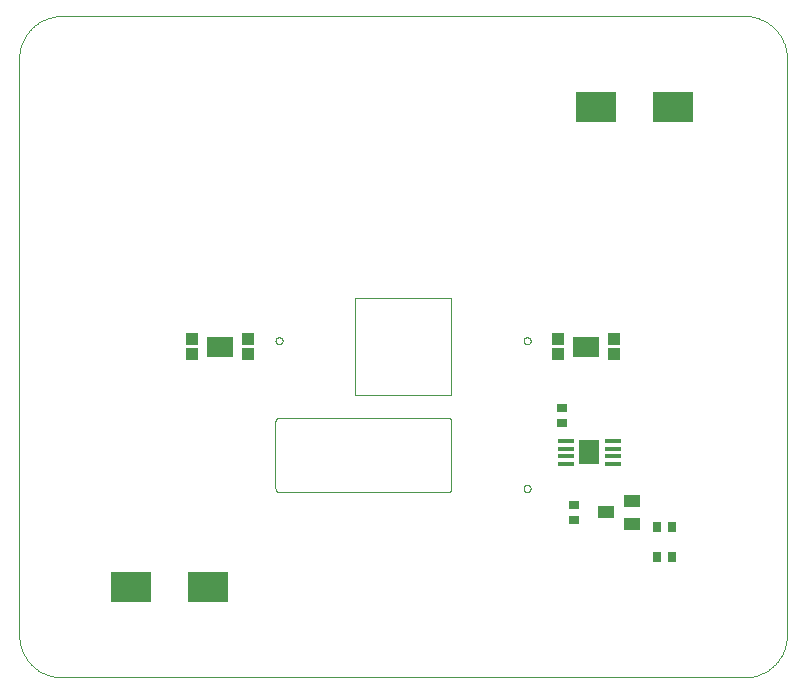
<source format=gtp>
G75*
%MOIN*%
%OFA0B0*%
%FSLAX25Y25*%
%IPPOS*%
%LPD*%
%AMOC8*
5,1,8,0,0,1.08239X$1,22.5*
%
%ADD10C,0.00000*%
%ADD11R,0.05512X0.03937*%
%ADD12R,0.05315X0.01772*%
%ADD13R,0.06693X0.07874*%
%ADD14R,0.04331X0.03937*%
%ADD15R,0.08661X0.07087*%
%ADD16R,0.03543X0.02756*%
%ADD17R,0.02756X0.03543*%
%ADD18R,0.13780X0.09843*%
D10*
X0016773Y0003000D02*
X0244332Y0003000D01*
X0244674Y0003004D01*
X0245017Y0003017D01*
X0245359Y0003037D01*
X0245700Y0003066D01*
X0246040Y0003103D01*
X0246380Y0003149D01*
X0246718Y0003202D01*
X0247055Y0003264D01*
X0247390Y0003334D01*
X0247724Y0003412D01*
X0248055Y0003498D01*
X0248385Y0003592D01*
X0248712Y0003694D01*
X0249036Y0003803D01*
X0249358Y0003921D01*
X0249677Y0004046D01*
X0249992Y0004179D01*
X0250305Y0004320D01*
X0250613Y0004468D01*
X0250919Y0004623D01*
X0251220Y0004786D01*
X0251517Y0004956D01*
X0251810Y0005133D01*
X0252099Y0005318D01*
X0252383Y0005509D01*
X0252663Y0005707D01*
X0252937Y0005911D01*
X0253207Y0006123D01*
X0253471Y0006340D01*
X0253730Y0006564D01*
X0253984Y0006795D01*
X0254232Y0007031D01*
X0254474Y0007273D01*
X0254710Y0007521D01*
X0254941Y0007775D01*
X0255165Y0008034D01*
X0255382Y0008298D01*
X0255594Y0008568D01*
X0255798Y0008842D01*
X0255996Y0009122D01*
X0256187Y0009406D01*
X0256372Y0009695D01*
X0256549Y0009988D01*
X0256719Y0010285D01*
X0256882Y0010586D01*
X0257037Y0010892D01*
X0257185Y0011200D01*
X0257326Y0011513D01*
X0257459Y0011828D01*
X0257584Y0012147D01*
X0257702Y0012469D01*
X0257811Y0012793D01*
X0257913Y0013120D01*
X0258007Y0013450D01*
X0258093Y0013781D01*
X0258171Y0014115D01*
X0258241Y0014450D01*
X0258303Y0014787D01*
X0258356Y0015125D01*
X0258402Y0015465D01*
X0258439Y0015805D01*
X0258468Y0016146D01*
X0258488Y0016488D01*
X0258501Y0016831D01*
X0258505Y0017173D01*
X0258506Y0017173D02*
X0258506Y0209299D01*
X0258505Y0209299D02*
X0258501Y0209641D01*
X0258488Y0209984D01*
X0258468Y0210326D01*
X0258439Y0210667D01*
X0258402Y0211007D01*
X0258356Y0211347D01*
X0258303Y0211685D01*
X0258241Y0212022D01*
X0258171Y0212357D01*
X0258093Y0212691D01*
X0258007Y0213022D01*
X0257913Y0213352D01*
X0257811Y0213679D01*
X0257702Y0214003D01*
X0257584Y0214325D01*
X0257459Y0214644D01*
X0257326Y0214959D01*
X0257185Y0215272D01*
X0257037Y0215580D01*
X0256882Y0215886D01*
X0256719Y0216187D01*
X0256549Y0216484D01*
X0256372Y0216777D01*
X0256187Y0217066D01*
X0255996Y0217350D01*
X0255798Y0217630D01*
X0255594Y0217904D01*
X0255382Y0218174D01*
X0255165Y0218438D01*
X0254941Y0218697D01*
X0254710Y0218951D01*
X0254474Y0219199D01*
X0254232Y0219441D01*
X0253984Y0219677D01*
X0253730Y0219908D01*
X0253471Y0220132D01*
X0253207Y0220349D01*
X0252937Y0220561D01*
X0252663Y0220765D01*
X0252383Y0220963D01*
X0252099Y0221154D01*
X0251810Y0221339D01*
X0251517Y0221516D01*
X0251220Y0221686D01*
X0250919Y0221849D01*
X0250613Y0222004D01*
X0250305Y0222152D01*
X0249992Y0222293D01*
X0249677Y0222426D01*
X0249358Y0222551D01*
X0249036Y0222669D01*
X0248712Y0222778D01*
X0248385Y0222880D01*
X0248055Y0222974D01*
X0247724Y0223060D01*
X0247390Y0223138D01*
X0247055Y0223208D01*
X0246718Y0223270D01*
X0246380Y0223323D01*
X0246040Y0223369D01*
X0245700Y0223406D01*
X0245359Y0223435D01*
X0245017Y0223455D01*
X0244674Y0223468D01*
X0244332Y0223472D01*
X0016773Y0223472D01*
X0016431Y0223468D01*
X0016088Y0223455D01*
X0015746Y0223435D01*
X0015405Y0223406D01*
X0015065Y0223369D01*
X0014725Y0223323D01*
X0014387Y0223270D01*
X0014050Y0223208D01*
X0013715Y0223138D01*
X0013381Y0223060D01*
X0013050Y0222974D01*
X0012720Y0222880D01*
X0012393Y0222778D01*
X0012069Y0222669D01*
X0011747Y0222551D01*
X0011428Y0222426D01*
X0011113Y0222293D01*
X0010800Y0222152D01*
X0010492Y0222004D01*
X0010186Y0221849D01*
X0009885Y0221686D01*
X0009588Y0221516D01*
X0009295Y0221339D01*
X0009006Y0221154D01*
X0008722Y0220963D01*
X0008442Y0220765D01*
X0008168Y0220561D01*
X0007898Y0220349D01*
X0007634Y0220132D01*
X0007375Y0219908D01*
X0007121Y0219677D01*
X0006873Y0219441D01*
X0006631Y0219199D01*
X0006395Y0218951D01*
X0006164Y0218697D01*
X0005940Y0218438D01*
X0005723Y0218174D01*
X0005511Y0217904D01*
X0005307Y0217630D01*
X0005109Y0217350D01*
X0004918Y0217066D01*
X0004733Y0216777D01*
X0004556Y0216484D01*
X0004386Y0216187D01*
X0004223Y0215886D01*
X0004068Y0215580D01*
X0003920Y0215272D01*
X0003779Y0214959D01*
X0003646Y0214644D01*
X0003521Y0214325D01*
X0003403Y0214003D01*
X0003294Y0213679D01*
X0003192Y0213352D01*
X0003098Y0213022D01*
X0003012Y0212691D01*
X0002934Y0212357D01*
X0002864Y0212022D01*
X0002802Y0211685D01*
X0002749Y0211347D01*
X0002703Y0211007D01*
X0002666Y0210667D01*
X0002637Y0210326D01*
X0002617Y0209984D01*
X0002604Y0209641D01*
X0002600Y0209299D01*
X0002600Y0017173D01*
X0002604Y0016831D01*
X0002617Y0016488D01*
X0002637Y0016146D01*
X0002666Y0015805D01*
X0002703Y0015465D01*
X0002749Y0015125D01*
X0002802Y0014787D01*
X0002864Y0014450D01*
X0002934Y0014115D01*
X0003012Y0013781D01*
X0003098Y0013450D01*
X0003192Y0013120D01*
X0003294Y0012793D01*
X0003403Y0012469D01*
X0003521Y0012147D01*
X0003646Y0011828D01*
X0003779Y0011513D01*
X0003920Y0011200D01*
X0004068Y0010892D01*
X0004223Y0010586D01*
X0004386Y0010285D01*
X0004556Y0009988D01*
X0004733Y0009695D01*
X0004918Y0009406D01*
X0005109Y0009122D01*
X0005307Y0008842D01*
X0005511Y0008568D01*
X0005723Y0008298D01*
X0005940Y0008034D01*
X0006164Y0007775D01*
X0006395Y0007521D01*
X0006631Y0007273D01*
X0006873Y0007031D01*
X0007121Y0006795D01*
X0007375Y0006564D01*
X0007634Y0006340D01*
X0007898Y0006123D01*
X0008168Y0005911D01*
X0008442Y0005707D01*
X0008722Y0005509D01*
X0009006Y0005318D01*
X0009295Y0005133D01*
X0009588Y0004956D01*
X0009885Y0004786D01*
X0010186Y0004623D01*
X0010492Y0004468D01*
X0010800Y0004320D01*
X0011113Y0004179D01*
X0011428Y0004046D01*
X0011747Y0003921D01*
X0012069Y0003803D01*
X0012393Y0003694D01*
X0012720Y0003592D01*
X0013050Y0003498D01*
X0013381Y0003412D01*
X0013715Y0003334D01*
X0014050Y0003264D01*
X0014387Y0003202D01*
X0014725Y0003149D01*
X0015065Y0003103D01*
X0015405Y0003066D01*
X0015746Y0003037D01*
X0016088Y0003017D01*
X0016431Y0003004D01*
X0016773Y0003000D01*
X0088033Y0066031D02*
X0088033Y0088433D01*
X0088035Y0088499D01*
X0088040Y0088565D01*
X0088050Y0088631D01*
X0088063Y0088696D01*
X0088079Y0088760D01*
X0088099Y0088823D01*
X0088123Y0088885D01*
X0088150Y0088945D01*
X0088180Y0089004D01*
X0088214Y0089061D01*
X0088251Y0089116D01*
X0088291Y0089169D01*
X0088333Y0089220D01*
X0088379Y0089268D01*
X0088427Y0089314D01*
X0088478Y0089356D01*
X0088531Y0089396D01*
X0088586Y0089433D01*
X0088643Y0089467D01*
X0088702Y0089497D01*
X0088762Y0089524D01*
X0088824Y0089548D01*
X0088887Y0089568D01*
X0088951Y0089584D01*
X0089016Y0089597D01*
X0089082Y0089607D01*
X0089148Y0089612D01*
X0089214Y0089614D01*
X0145513Y0089614D01*
X0145579Y0089612D01*
X0145645Y0089607D01*
X0145711Y0089597D01*
X0145776Y0089584D01*
X0145840Y0089568D01*
X0145903Y0089548D01*
X0145965Y0089524D01*
X0146025Y0089497D01*
X0146084Y0089467D01*
X0146141Y0089433D01*
X0146196Y0089396D01*
X0146249Y0089356D01*
X0146300Y0089314D01*
X0146348Y0089268D01*
X0146394Y0089220D01*
X0146436Y0089169D01*
X0146476Y0089116D01*
X0146513Y0089061D01*
X0146547Y0089004D01*
X0146577Y0088945D01*
X0146604Y0088885D01*
X0146628Y0088823D01*
X0146648Y0088760D01*
X0146664Y0088696D01*
X0146677Y0088631D01*
X0146687Y0088565D01*
X0146692Y0088499D01*
X0146694Y0088433D01*
X0146694Y0065992D01*
X0146692Y0065926D01*
X0146687Y0065860D01*
X0146677Y0065794D01*
X0146664Y0065729D01*
X0146648Y0065665D01*
X0146628Y0065602D01*
X0146604Y0065540D01*
X0146577Y0065480D01*
X0146547Y0065421D01*
X0146513Y0065364D01*
X0146476Y0065309D01*
X0146436Y0065256D01*
X0146394Y0065205D01*
X0146348Y0065157D01*
X0146300Y0065111D01*
X0146249Y0065069D01*
X0146196Y0065029D01*
X0146141Y0064992D01*
X0146084Y0064958D01*
X0146025Y0064928D01*
X0145965Y0064901D01*
X0145903Y0064877D01*
X0145840Y0064857D01*
X0145776Y0064841D01*
X0145711Y0064828D01*
X0145645Y0064818D01*
X0145579Y0064813D01*
X0145513Y0064811D01*
X0089214Y0064811D01*
X0089148Y0064813D01*
X0089082Y0064818D01*
X0089016Y0064828D01*
X0088951Y0064841D01*
X0088887Y0064857D01*
X0088824Y0064877D01*
X0088762Y0064901D01*
X0088702Y0064928D01*
X0088643Y0064958D01*
X0088586Y0064992D01*
X0088531Y0065029D01*
X0088478Y0065069D01*
X0088427Y0065111D01*
X0088379Y0065157D01*
X0088333Y0065205D01*
X0088291Y0065256D01*
X0088251Y0065309D01*
X0088214Y0065364D01*
X0088180Y0065421D01*
X0088150Y0065480D01*
X0088123Y0065540D01*
X0088099Y0065602D01*
X0088079Y0065665D01*
X0088063Y0065729D01*
X0088050Y0065794D01*
X0088040Y0065860D01*
X0088035Y0065926D01*
X0088033Y0065992D01*
X0114411Y0097094D02*
X0146694Y0097094D01*
X0146694Y0129378D01*
X0114411Y0129378D01*
X0114411Y0097094D01*
X0088033Y0115205D02*
X0088035Y0115274D01*
X0088041Y0115342D01*
X0088051Y0115410D01*
X0088065Y0115477D01*
X0088083Y0115544D01*
X0088104Y0115609D01*
X0088130Y0115673D01*
X0088159Y0115735D01*
X0088191Y0115795D01*
X0088227Y0115854D01*
X0088267Y0115910D01*
X0088309Y0115964D01*
X0088355Y0116015D01*
X0088404Y0116064D01*
X0088455Y0116110D01*
X0088509Y0116152D01*
X0088565Y0116192D01*
X0088623Y0116228D01*
X0088684Y0116260D01*
X0088746Y0116289D01*
X0088810Y0116315D01*
X0088875Y0116336D01*
X0088942Y0116354D01*
X0089009Y0116368D01*
X0089077Y0116378D01*
X0089145Y0116384D01*
X0089214Y0116386D01*
X0089283Y0116384D01*
X0089351Y0116378D01*
X0089419Y0116368D01*
X0089486Y0116354D01*
X0089553Y0116336D01*
X0089618Y0116315D01*
X0089682Y0116289D01*
X0089744Y0116260D01*
X0089804Y0116228D01*
X0089863Y0116192D01*
X0089919Y0116152D01*
X0089973Y0116110D01*
X0090024Y0116064D01*
X0090073Y0116015D01*
X0090119Y0115964D01*
X0090161Y0115910D01*
X0090201Y0115854D01*
X0090237Y0115795D01*
X0090269Y0115735D01*
X0090298Y0115673D01*
X0090324Y0115609D01*
X0090345Y0115544D01*
X0090363Y0115477D01*
X0090377Y0115410D01*
X0090387Y0115342D01*
X0090393Y0115274D01*
X0090395Y0115205D01*
X0090393Y0115136D01*
X0090387Y0115068D01*
X0090377Y0115000D01*
X0090363Y0114933D01*
X0090345Y0114866D01*
X0090324Y0114801D01*
X0090298Y0114737D01*
X0090269Y0114675D01*
X0090237Y0114614D01*
X0090201Y0114556D01*
X0090161Y0114500D01*
X0090119Y0114446D01*
X0090073Y0114395D01*
X0090024Y0114346D01*
X0089973Y0114300D01*
X0089919Y0114258D01*
X0089863Y0114218D01*
X0089805Y0114182D01*
X0089744Y0114150D01*
X0089682Y0114121D01*
X0089618Y0114095D01*
X0089553Y0114074D01*
X0089486Y0114056D01*
X0089419Y0114042D01*
X0089351Y0114032D01*
X0089283Y0114026D01*
X0089214Y0114024D01*
X0089145Y0114026D01*
X0089077Y0114032D01*
X0089009Y0114042D01*
X0088942Y0114056D01*
X0088875Y0114074D01*
X0088810Y0114095D01*
X0088746Y0114121D01*
X0088684Y0114150D01*
X0088623Y0114182D01*
X0088565Y0114218D01*
X0088509Y0114258D01*
X0088455Y0114300D01*
X0088404Y0114346D01*
X0088355Y0114395D01*
X0088309Y0114446D01*
X0088267Y0114500D01*
X0088227Y0114556D01*
X0088191Y0114614D01*
X0088159Y0114675D01*
X0088130Y0114737D01*
X0088104Y0114801D01*
X0088083Y0114866D01*
X0088065Y0114933D01*
X0088051Y0115000D01*
X0088041Y0115068D01*
X0088035Y0115136D01*
X0088033Y0115205D01*
X0170710Y0115205D02*
X0170712Y0115274D01*
X0170718Y0115342D01*
X0170728Y0115410D01*
X0170742Y0115477D01*
X0170760Y0115544D01*
X0170781Y0115609D01*
X0170807Y0115673D01*
X0170836Y0115735D01*
X0170868Y0115795D01*
X0170904Y0115854D01*
X0170944Y0115910D01*
X0170986Y0115964D01*
X0171032Y0116015D01*
X0171081Y0116064D01*
X0171132Y0116110D01*
X0171186Y0116152D01*
X0171242Y0116192D01*
X0171300Y0116228D01*
X0171361Y0116260D01*
X0171423Y0116289D01*
X0171487Y0116315D01*
X0171552Y0116336D01*
X0171619Y0116354D01*
X0171686Y0116368D01*
X0171754Y0116378D01*
X0171822Y0116384D01*
X0171891Y0116386D01*
X0171960Y0116384D01*
X0172028Y0116378D01*
X0172096Y0116368D01*
X0172163Y0116354D01*
X0172230Y0116336D01*
X0172295Y0116315D01*
X0172359Y0116289D01*
X0172421Y0116260D01*
X0172481Y0116228D01*
X0172540Y0116192D01*
X0172596Y0116152D01*
X0172650Y0116110D01*
X0172701Y0116064D01*
X0172750Y0116015D01*
X0172796Y0115964D01*
X0172838Y0115910D01*
X0172878Y0115854D01*
X0172914Y0115795D01*
X0172946Y0115735D01*
X0172975Y0115673D01*
X0173001Y0115609D01*
X0173022Y0115544D01*
X0173040Y0115477D01*
X0173054Y0115410D01*
X0173064Y0115342D01*
X0173070Y0115274D01*
X0173072Y0115205D01*
X0173070Y0115136D01*
X0173064Y0115068D01*
X0173054Y0115000D01*
X0173040Y0114933D01*
X0173022Y0114866D01*
X0173001Y0114801D01*
X0172975Y0114737D01*
X0172946Y0114675D01*
X0172914Y0114614D01*
X0172878Y0114556D01*
X0172838Y0114500D01*
X0172796Y0114446D01*
X0172750Y0114395D01*
X0172701Y0114346D01*
X0172650Y0114300D01*
X0172596Y0114258D01*
X0172540Y0114218D01*
X0172482Y0114182D01*
X0172421Y0114150D01*
X0172359Y0114121D01*
X0172295Y0114095D01*
X0172230Y0114074D01*
X0172163Y0114056D01*
X0172096Y0114042D01*
X0172028Y0114032D01*
X0171960Y0114026D01*
X0171891Y0114024D01*
X0171822Y0114026D01*
X0171754Y0114032D01*
X0171686Y0114042D01*
X0171619Y0114056D01*
X0171552Y0114074D01*
X0171487Y0114095D01*
X0171423Y0114121D01*
X0171361Y0114150D01*
X0171300Y0114182D01*
X0171242Y0114218D01*
X0171186Y0114258D01*
X0171132Y0114300D01*
X0171081Y0114346D01*
X0171032Y0114395D01*
X0170986Y0114446D01*
X0170944Y0114500D01*
X0170904Y0114556D01*
X0170868Y0114614D01*
X0170836Y0114675D01*
X0170807Y0114737D01*
X0170781Y0114801D01*
X0170760Y0114866D01*
X0170742Y0114933D01*
X0170728Y0115000D01*
X0170718Y0115068D01*
X0170712Y0115136D01*
X0170710Y0115205D01*
X0170710Y0065992D02*
X0170712Y0066061D01*
X0170718Y0066129D01*
X0170728Y0066197D01*
X0170742Y0066264D01*
X0170760Y0066331D01*
X0170781Y0066396D01*
X0170807Y0066460D01*
X0170836Y0066522D01*
X0170868Y0066582D01*
X0170904Y0066641D01*
X0170944Y0066697D01*
X0170986Y0066751D01*
X0171032Y0066802D01*
X0171081Y0066851D01*
X0171132Y0066897D01*
X0171186Y0066939D01*
X0171242Y0066979D01*
X0171300Y0067015D01*
X0171361Y0067047D01*
X0171423Y0067076D01*
X0171487Y0067102D01*
X0171552Y0067123D01*
X0171619Y0067141D01*
X0171686Y0067155D01*
X0171754Y0067165D01*
X0171822Y0067171D01*
X0171891Y0067173D01*
X0171960Y0067171D01*
X0172028Y0067165D01*
X0172096Y0067155D01*
X0172163Y0067141D01*
X0172230Y0067123D01*
X0172295Y0067102D01*
X0172359Y0067076D01*
X0172421Y0067047D01*
X0172481Y0067015D01*
X0172540Y0066979D01*
X0172596Y0066939D01*
X0172650Y0066897D01*
X0172701Y0066851D01*
X0172750Y0066802D01*
X0172796Y0066751D01*
X0172838Y0066697D01*
X0172878Y0066641D01*
X0172914Y0066582D01*
X0172946Y0066522D01*
X0172975Y0066460D01*
X0173001Y0066396D01*
X0173022Y0066331D01*
X0173040Y0066264D01*
X0173054Y0066197D01*
X0173064Y0066129D01*
X0173070Y0066061D01*
X0173072Y0065992D01*
X0173070Y0065923D01*
X0173064Y0065855D01*
X0173054Y0065787D01*
X0173040Y0065720D01*
X0173022Y0065653D01*
X0173001Y0065588D01*
X0172975Y0065524D01*
X0172946Y0065462D01*
X0172914Y0065401D01*
X0172878Y0065343D01*
X0172838Y0065287D01*
X0172796Y0065233D01*
X0172750Y0065182D01*
X0172701Y0065133D01*
X0172650Y0065087D01*
X0172596Y0065045D01*
X0172540Y0065005D01*
X0172482Y0064969D01*
X0172421Y0064937D01*
X0172359Y0064908D01*
X0172295Y0064882D01*
X0172230Y0064861D01*
X0172163Y0064843D01*
X0172096Y0064829D01*
X0172028Y0064819D01*
X0171960Y0064813D01*
X0171891Y0064811D01*
X0171822Y0064813D01*
X0171754Y0064819D01*
X0171686Y0064829D01*
X0171619Y0064843D01*
X0171552Y0064861D01*
X0171487Y0064882D01*
X0171423Y0064908D01*
X0171361Y0064937D01*
X0171300Y0064969D01*
X0171242Y0065005D01*
X0171186Y0065045D01*
X0171132Y0065087D01*
X0171081Y0065133D01*
X0171032Y0065182D01*
X0170986Y0065233D01*
X0170944Y0065287D01*
X0170904Y0065343D01*
X0170868Y0065401D01*
X0170836Y0065462D01*
X0170807Y0065524D01*
X0170781Y0065588D01*
X0170760Y0065653D01*
X0170742Y0065720D01*
X0170728Y0065787D01*
X0170718Y0065855D01*
X0170712Y0065923D01*
X0170710Y0065992D01*
D11*
X0198269Y0058000D03*
X0206931Y0054260D03*
X0206931Y0061740D03*
D12*
X0200376Y0074161D03*
X0200376Y0076720D03*
X0200376Y0079280D03*
X0200376Y0081839D03*
X0184824Y0081839D03*
X0184824Y0079280D03*
X0184824Y0076720D03*
X0184824Y0074161D03*
D13*
X0192600Y0078000D03*
D14*
X0201025Y0110677D03*
X0201025Y0115795D03*
X0182128Y0115795D03*
X0182128Y0110677D03*
X0078978Y0110677D03*
X0078978Y0115795D03*
X0060080Y0115795D03*
X0060080Y0110677D03*
D15*
X0069529Y0113236D03*
X0191576Y0113236D03*
D16*
X0183486Y0092941D03*
X0183486Y0087823D03*
X0187600Y0060559D03*
X0187600Y0055441D03*
D17*
X0215041Y0053000D03*
X0220159Y0053000D03*
X0220159Y0043000D03*
X0215041Y0043000D03*
D18*
X0065395Y0033000D03*
X0039805Y0033000D03*
X0194805Y0193000D03*
X0220395Y0193000D03*
M02*

</source>
